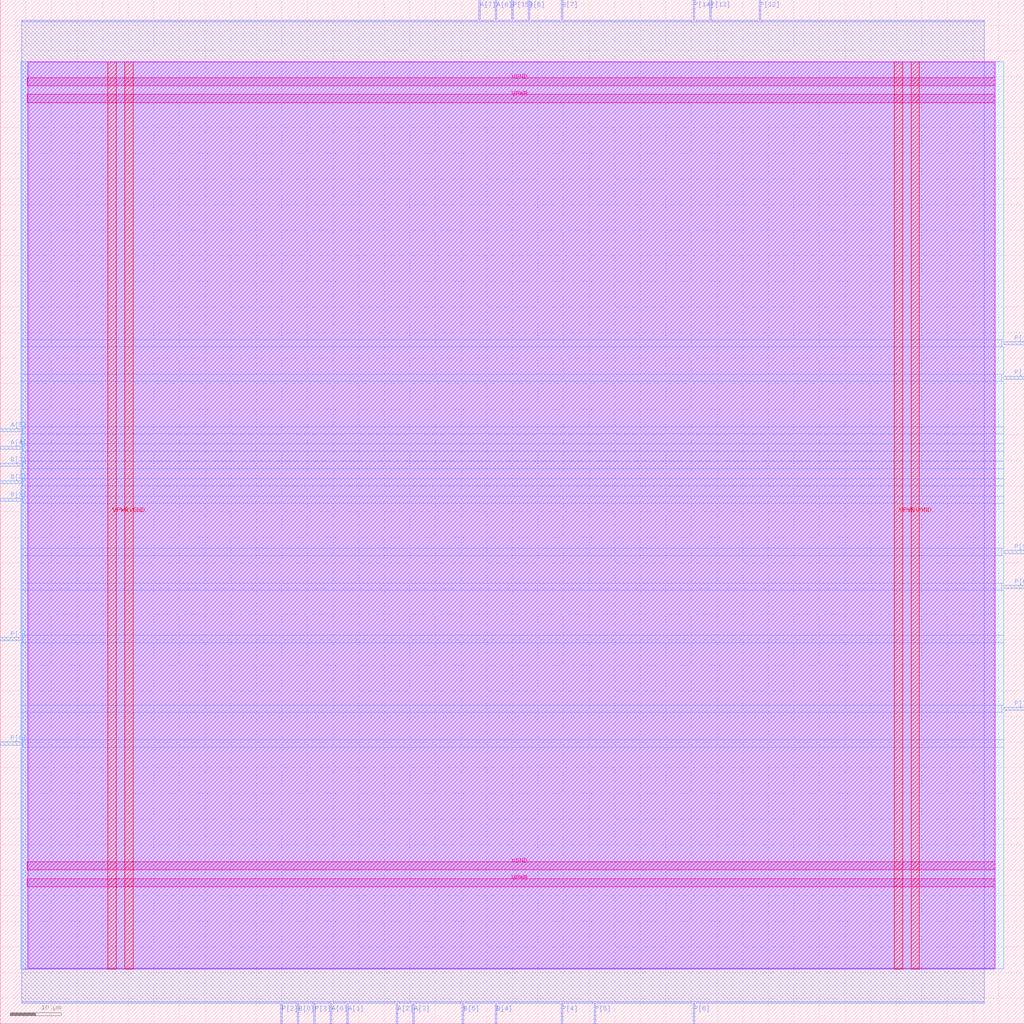
<source format=lef>
VERSION 5.7 ;
  NOWIREEXTENSIONATPIN ON ;
  DIVIDERCHAR "/" ;
  BUSBITCHARS "[]" ;
MACRO mult8_2bits_1op_e16577
  CLASS BLOCK ;
  FOREIGN mult8_2bits_1op_e16577 ;
  ORIGIN 0.000 0.000 ;
  SIZE 200.000 BY 200.000 ;
  PIN A[0]
    DIRECTION INPUT ;
    USE SIGNAL ;
    ANTENNAGATEAREA 0.247500 ;
    PORT
      LAYER met2 ;
        RECT 64.490 0.000 64.770 4.000 ;
    END
  END A[0]
  PIN A[1]
    DIRECTION INPUT ;
    USE SIGNAL ;
    ANTENNAGATEAREA 0.742500 ;
    PORT
      LAYER met2 ;
        RECT 67.710 0.000 67.990 4.000 ;
    END
  END A[1]
  PIN A[2]
    DIRECTION INPUT ;
    USE SIGNAL ;
    ANTENNAGATEAREA 0.196500 ;
    PORT
      LAYER met2 ;
        RECT 77.370 0.000 77.650 4.000 ;
    END
  END A[2]
  PIN A[3]
    DIRECTION INPUT ;
    USE SIGNAL ;
    ANTENNAGATEAREA 0.159000 ;
    PORT
      LAYER met2 ;
        RECT 80.590 0.000 80.870 4.000 ;
    END
  END A[3]
  PIN A[4]
    DIRECTION INPUT ;
    USE SIGNAL ;
    ANTENNAGATEAREA 0.196500 ;
    PORT
      LAYER met3 ;
        RECT 0.000 112.240 4.000 112.840 ;
    END
  END A[4]
  PIN A[5]
    DIRECTION INPUT ;
    USE SIGNAL ;
    ANTENNAGATEAREA 0.213000 ;
    PORT
      LAYER met3 ;
        RECT 0.000 115.640 4.000 116.240 ;
    END
  END A[5]
  PIN A[6]
    DIRECTION INPUT ;
    USE SIGNAL ;
    ANTENNAGATEAREA 0.213000 ;
    PORT
      LAYER met2 ;
        RECT 96.690 196.000 96.970 200.000 ;
    END
  END A[6]
  PIN A[7]
    DIRECTION INPUT ;
    USE SIGNAL ;
    ANTENNAGATEAREA 0.159000 ;
    PORT
      LAYER met2 ;
        RECT 93.470 196.000 93.750 200.000 ;
    END
  END A[7]
  PIN B[0]
    DIRECTION INPUT ;
    USE SIGNAL ;
    ANTENNAGATEAREA 0.213000 ;
    PORT
      LAYER met2 ;
        RECT 58.050 0.000 58.330 4.000 ;
    END
  END B[0]
  PIN B[1]
    DIRECTION INPUT ;
    USE SIGNAL ;
    ANTENNAGATEAREA 0.213000 ;
    PORT
      LAYER met3 ;
        RECT 0.000 108.840 4.000 109.440 ;
    END
  END B[1]
  PIN B[2]
    DIRECTION INPUT ;
    USE SIGNAL ;
    ANTENNAGATEAREA 0.495000 ;
    PORT
      LAYER met3 ;
        RECT 0.000 105.440 4.000 106.040 ;
    END
  END B[2]
  PIN B[3]
    DIRECTION INPUT ;
    USE SIGNAL ;
    ANTENNAGATEAREA 0.213000 ;
    PORT
      LAYER met3 ;
        RECT 0.000 102.040 4.000 102.640 ;
    END
  END B[3]
  PIN B[4]
    DIRECTION INPUT ;
    USE SIGNAL ;
    ANTENNAGATEAREA 0.159000 ;
    PORT
      LAYER met2 ;
        RECT 96.690 0.000 96.970 4.000 ;
    END
  END B[4]
  PIN B[5]
    DIRECTION INPUT ;
    USE SIGNAL ;
    ANTENNAGATEAREA 0.213000 ;
    PORT
      LAYER met2 ;
        RECT 90.250 0.000 90.530 4.000 ;
    END
  END B[5]
  PIN B[6]
    DIRECTION INPUT ;
    USE SIGNAL ;
    ANTENNAGATEAREA 0.159000 ;
    PORT
      LAYER met2 ;
        RECT 103.130 196.000 103.410 200.000 ;
    END
  END B[6]
  PIN B[7]
    DIRECTION INPUT ;
    USE SIGNAL ;
    ANTENNAGATEAREA 0.126000 ;
    PORT
      LAYER met2 ;
        RECT 109.570 196.000 109.850 200.000 ;
    END
  END B[7]
  PIN P[0]
    DIRECTION OUTPUT ;
    USE SIGNAL ;
    ANTENNADIFFAREA 0.445500 ;
    PORT
      LAYER met3 ;
        RECT 0.000 54.440 4.000 55.040 ;
    END
  END P[0]
  PIN P[10]
    DIRECTION OUTPUT ;
    USE SIGNAL ;
    ANTENNADIFFAREA 1.336500 ;
    PORT
      LAYER met3 ;
        RECT 196.000 125.840 200.000 126.440 ;
    END
  END P[10]
  PIN P[11]
    DIRECTION OUTPUT ;
    USE SIGNAL ;
    ANTENNADIFFAREA 1.336500 ;
    PORT
      LAYER met3 ;
        RECT 196.000 132.640 200.000 133.240 ;
    END
  END P[11]
  PIN P[12]
    DIRECTION OUTPUT ;
    USE SIGNAL ;
    ANTENNADIFFAREA 1.336500 ;
    PORT
      LAYER met2 ;
        RECT 148.210 196.000 148.490 200.000 ;
    END
  END P[12]
  PIN P[13]
    DIRECTION OUTPUT ;
    USE SIGNAL ;
    ANTENNADIFFAREA 1.336500 ;
    PORT
      LAYER met2 ;
        RECT 138.550 196.000 138.830 200.000 ;
    END
  END P[13]
  PIN P[14]
    DIRECTION OUTPUT ;
    USE SIGNAL ;
    ANTENNADIFFAREA 1.336500 ;
    PORT
      LAYER met2 ;
        RECT 135.330 196.000 135.610 200.000 ;
    END
  END P[14]
  PIN P[15]
    DIRECTION OUTPUT ;
    USE SIGNAL ;
    ANTENNADIFFAREA 1.782000 ;
    PORT
      LAYER met2 ;
        RECT 99.910 196.000 100.190 200.000 ;
    END
  END P[15]
  PIN P[1]
    DIRECTION OUTPUT ;
    USE SIGNAL ;
    ANTENNADIFFAREA 0.445500 ;
    PORT
      LAYER met3 ;
        RECT 0.000 74.840 4.000 75.440 ;
    END
  END P[1]
  PIN P[2]
    DIRECTION OUTPUT ;
    USE SIGNAL ;
    ANTENNADIFFAREA 0.445500 ;
    PORT
      LAYER met2 ;
        RECT 54.830 0.000 55.110 4.000 ;
    END
  END P[2]
  PIN P[3]
    DIRECTION OUTPUT ;
    USE SIGNAL ;
    ANTENNADIFFAREA 0.445500 ;
    PORT
      LAYER met2 ;
        RECT 61.270 0.000 61.550 4.000 ;
    END
  END P[3]
  PIN P[4]
    DIRECTION OUTPUT ;
    USE SIGNAL ;
    ANTENNADIFFAREA 0.445500 ;
    PORT
      LAYER met2 ;
        RECT 109.570 0.000 109.850 4.000 ;
    END
  END P[4]
  PIN P[5]
    DIRECTION OUTPUT ;
    USE SIGNAL ;
    ANTENNADIFFAREA 0.445500 ;
    PORT
      LAYER met2 ;
        RECT 116.010 0.000 116.290 4.000 ;
    END
  END P[5]
  PIN P[6]
    DIRECTION OUTPUT ;
    USE SIGNAL ;
    ANTENNADIFFAREA 0.891000 ;
    PORT
      LAYER met2 ;
        RECT 135.330 0.000 135.610 4.000 ;
    END
  END P[6]
  PIN P[7]
    DIRECTION OUTPUT ;
    USE SIGNAL ;
    ANTENNADIFFAREA 0.891000 ;
    PORT
      LAYER met3 ;
        RECT 196.000 61.240 200.000 61.840 ;
    END
  END P[7]
  PIN P[8]
    DIRECTION OUTPUT ;
    USE SIGNAL ;
    ANTENNADIFFAREA 1.336500 ;
    PORT
      LAYER met3 ;
        RECT 196.000 85.040 200.000 85.640 ;
    END
  END P[8]
  PIN P[9]
    DIRECTION OUTPUT ;
    USE SIGNAL ;
    ANTENNADIFFAREA 1.336500 ;
    PORT
      LAYER met3 ;
        RECT 196.000 91.840 200.000 92.440 ;
    END
  END P[9]
  PIN VGND
    DIRECTION INOUT ;
    USE GROUND ;
    PORT
      LAYER met4 ;
        RECT 24.340 10.640 25.940 187.920 ;
    END
    PORT
      LAYER met4 ;
        RECT 177.940 10.640 179.540 187.920 ;
    END
    PORT
      LAYER met5 ;
        RECT 5.280 30.030 194.360 31.630 ;
    END
    PORT
      LAYER met5 ;
        RECT 5.280 183.210 194.360 184.810 ;
    END
  END VGND
  PIN VPWR
    DIRECTION INOUT ;
    USE POWER ;
    PORT
      LAYER met4 ;
        RECT 21.040 10.640 22.640 187.920 ;
    END
    PORT
      LAYER met4 ;
        RECT 174.640 10.640 176.240 187.920 ;
    END
    PORT
      LAYER met5 ;
        RECT 5.280 26.730 194.360 28.330 ;
    END
    PORT
      LAYER met5 ;
        RECT 5.280 179.910 194.360 181.510 ;
    END
  END VPWR
  OBS
      LAYER nwell ;
        RECT 5.330 10.795 194.310 187.870 ;
      LAYER li1 ;
        RECT 5.520 10.795 194.120 187.765 ;
      LAYER met1 ;
        RECT 4.210 10.640 194.120 187.920 ;
      LAYER met2 ;
        RECT 4.230 195.720 93.190 196.000 ;
        RECT 94.030 195.720 96.410 196.000 ;
        RECT 97.250 195.720 99.630 196.000 ;
        RECT 100.470 195.720 102.850 196.000 ;
        RECT 103.690 195.720 109.290 196.000 ;
        RECT 110.130 195.720 135.050 196.000 ;
        RECT 135.890 195.720 138.270 196.000 ;
        RECT 139.110 195.720 147.930 196.000 ;
        RECT 148.770 195.720 192.190 196.000 ;
        RECT 4.230 4.280 192.190 195.720 ;
        RECT 4.230 4.000 54.550 4.280 ;
        RECT 55.390 4.000 57.770 4.280 ;
        RECT 58.610 4.000 60.990 4.280 ;
        RECT 61.830 4.000 64.210 4.280 ;
        RECT 65.050 4.000 67.430 4.280 ;
        RECT 68.270 4.000 77.090 4.280 ;
        RECT 77.930 4.000 80.310 4.280 ;
        RECT 81.150 4.000 89.970 4.280 ;
        RECT 90.810 4.000 96.410 4.280 ;
        RECT 97.250 4.000 109.290 4.280 ;
        RECT 110.130 4.000 115.730 4.280 ;
        RECT 116.570 4.000 135.050 4.280 ;
        RECT 135.890 4.000 192.190 4.280 ;
      LAYER met3 ;
        RECT 3.990 133.640 196.000 187.845 ;
        RECT 3.990 132.240 195.600 133.640 ;
        RECT 3.990 126.840 196.000 132.240 ;
        RECT 3.990 125.440 195.600 126.840 ;
        RECT 3.990 116.640 196.000 125.440 ;
        RECT 4.400 115.240 196.000 116.640 ;
        RECT 3.990 113.240 196.000 115.240 ;
        RECT 4.400 111.840 196.000 113.240 ;
        RECT 3.990 109.840 196.000 111.840 ;
        RECT 4.400 108.440 196.000 109.840 ;
        RECT 3.990 106.440 196.000 108.440 ;
        RECT 4.400 105.040 196.000 106.440 ;
        RECT 3.990 103.040 196.000 105.040 ;
        RECT 4.400 101.640 196.000 103.040 ;
        RECT 3.990 92.840 196.000 101.640 ;
        RECT 3.990 91.440 195.600 92.840 ;
        RECT 3.990 86.040 196.000 91.440 ;
        RECT 3.990 84.640 195.600 86.040 ;
        RECT 3.990 75.840 196.000 84.640 ;
        RECT 4.400 74.440 196.000 75.840 ;
        RECT 3.990 62.240 196.000 74.440 ;
        RECT 3.990 60.840 195.600 62.240 ;
        RECT 3.990 55.440 196.000 60.840 ;
        RECT 4.400 54.040 196.000 55.440 ;
        RECT 3.990 10.715 196.000 54.040 ;
  END
END mult8_2bits_1op_e16577
END LIBRARY


</source>
